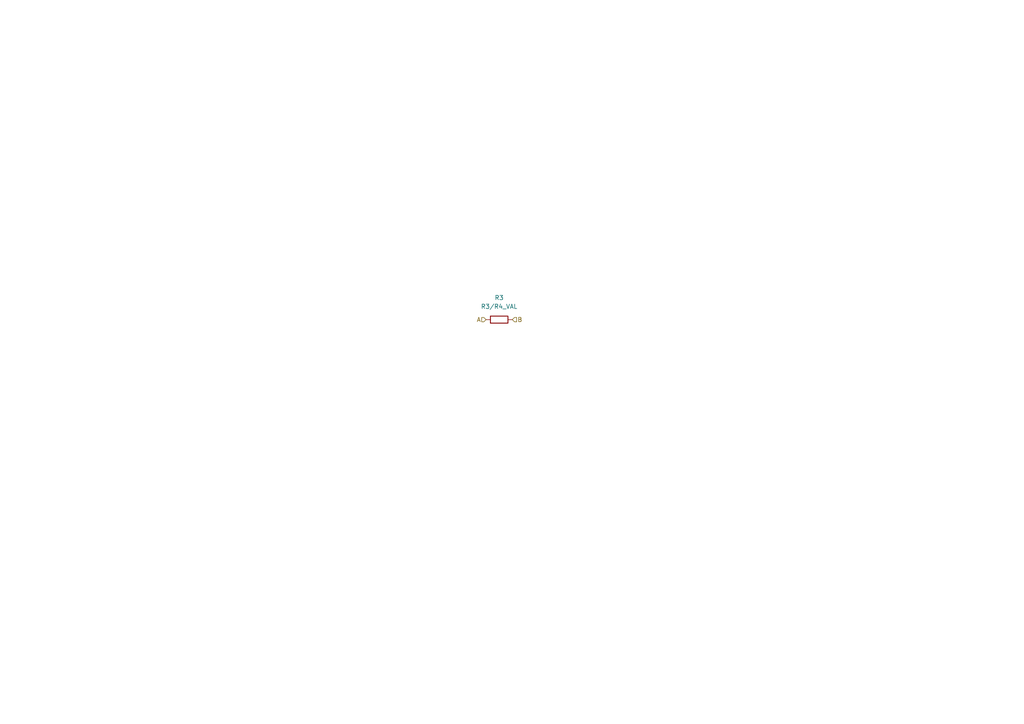
<source format=kicad_sch>
(kicad_sch (version 20230121) (generator eeschema)
  (paper "A4")
  (lib_symbols
    (symbol "Device:R" (pin_numbers hide) (pin_names (offset 0))
      (property "Reference" "R" (at 2.032 0 90))
      (property "Value" "R" (at 0 0 90))
      (symbol "R_0_1"
        (rectangle (start -1.016 -2.54) (end 1.016 2.54) (stroke (width 0.254)))
      )
      (symbol "R_1_1"
        (pin passive line (at 0 3.81 270) (length 1.27) (name "~") (number "1"))
        (pin passive line (at 0 -3.81 90) (length 1.27) (name "~") (number "2"))
      )
    )
  )
  (hierarchical_label "B" (shape input) (at 148.59 92.71 0))
  (hierarchical_label "A" (shape input) (at 140.97 92.71 180))
  (symbol (lib_id "Device:R") (at 144.78 92.71 90) (unit 1)
    (property "Reference" "R3" (at 144.78 86.36 90))
    (property "Value" "R3/R4_VAL" (at 144.78 88.9 90))
    (property "Footprint" "Resistor_SMD:R_0402_1005Metric" (effects hide))
    (property "LCSC" "LCSC_R3/R4" (effects hide))
    (instances (project "assembly_project_1_KiCAD7" (path "" (reference "R3") (unit 1)) (path "" (reference "R4") (unit 1))))
  )
)
</source>
